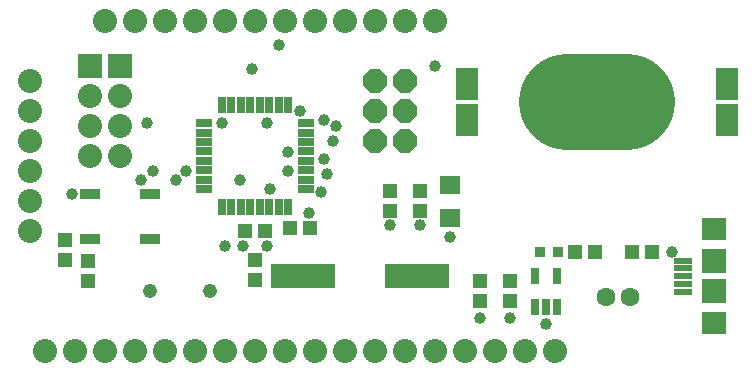
<source format=gts>
G75*
%MOIN*%
%OFA0B0*%
%FSLAX24Y24*%
%IPPOS*%
%LPD*%
%AMOC8*
5,1,8,0,0,1.08239X$1,22.5*
%
%ADD10R,0.0280X0.0560*%
%ADD11R,0.0560X0.0280*%
%ADD12R,0.0760X0.1060*%
%ADD13C,0.3210*%
%ADD14R,0.0690X0.0611*%
%ADD15R,0.0454X0.0493*%
%ADD16R,0.0493X0.0454*%
%ADD17R,0.0660X0.0360*%
%ADD18C,0.0800*%
%ADD19R,0.2160X0.0820*%
%ADD20OC8,0.0800*%
%ADD21R,0.0800X0.0800*%
%ADD22R,0.0277X0.0532*%
%ADD23R,0.0375X0.0375*%
%ADD24R,0.0611X0.0198*%
%ADD25R,0.0808X0.0769*%
%ADD26R,0.0808X0.0808*%
%ADD27C,0.0630*%
%ADD28C,0.0397*%
%ADD29C,0.0476*%
D10*
X007498Y005710D03*
X007813Y005710D03*
X008128Y005710D03*
X008443Y005710D03*
X008757Y005710D03*
X009072Y005710D03*
X009387Y005710D03*
X009702Y005710D03*
X009702Y009090D03*
X009387Y009090D03*
X009072Y009090D03*
X008757Y009090D03*
X008443Y009090D03*
X008128Y009090D03*
X007813Y009090D03*
X007498Y009090D03*
D11*
X006910Y008502D03*
X006910Y008187D03*
X006910Y007872D03*
X006910Y007557D03*
X006910Y007243D03*
X006910Y006928D03*
X006910Y006613D03*
X006910Y006298D03*
X010290Y006298D03*
X010290Y006613D03*
X010290Y006928D03*
X010290Y007243D03*
X010290Y007557D03*
X010290Y007872D03*
X010290Y008187D03*
X010290Y008502D03*
D12*
X015669Y008590D03*
X015669Y009810D03*
X024331Y009810D03*
X024331Y008590D03*
D13*
X020984Y009200D02*
X019016Y009200D01*
D14*
X015100Y006451D03*
X015100Y005349D03*
D15*
X014100Y005565D03*
X013100Y005565D03*
X013100Y006235D03*
X014100Y006235D03*
X008600Y003935D03*
X008600Y003265D03*
X003020Y003245D03*
X003020Y003915D03*
X002260Y003925D03*
X002260Y004595D03*
X016100Y003235D03*
X017100Y003235D03*
X017100Y002565D03*
X016100Y002565D03*
D16*
X019265Y004200D03*
X019935Y004200D03*
X021165Y004200D03*
X021835Y004200D03*
X010435Y005000D03*
X009765Y005000D03*
X008935Y004900D03*
X008265Y004900D03*
D17*
X005100Y004650D03*
X003100Y004650D03*
X003100Y006150D03*
X005100Y006150D03*
D18*
X001600Y000900D03*
X002600Y000900D03*
X003600Y000900D03*
X004600Y000900D03*
X005600Y000900D03*
X006600Y000900D03*
X007600Y000900D03*
X008600Y000900D03*
X009600Y000900D03*
X010600Y000900D03*
X011600Y000900D03*
X012600Y000900D03*
X013600Y000900D03*
X014600Y000900D03*
X015600Y000900D03*
X016600Y000900D03*
X017600Y000900D03*
X018600Y000900D03*
X004100Y007400D03*
X003100Y007400D03*
X003100Y008400D03*
X004100Y008400D03*
X004100Y009400D03*
X003100Y009400D03*
X001100Y008900D03*
X001100Y009900D03*
X001100Y007900D03*
X001100Y006900D03*
X001100Y005900D03*
X001100Y004900D03*
X003600Y011900D03*
X004600Y011900D03*
X005600Y011900D03*
X006600Y011900D03*
X007600Y011900D03*
X008600Y011900D03*
X009600Y011900D03*
X010600Y011900D03*
X011600Y011900D03*
X012600Y011900D03*
X013600Y011900D03*
X014600Y011900D03*
D19*
X014000Y003400D03*
X010200Y003400D03*
D20*
X012600Y007900D03*
X013600Y007900D03*
X013600Y008900D03*
X012600Y008900D03*
X012600Y009900D03*
X013600Y009900D03*
D21*
X004100Y010400D03*
X003100Y010400D03*
D22*
X017926Y003412D03*
X018674Y003412D03*
X018674Y002388D03*
X018300Y002388D03*
X017926Y002388D03*
D23*
X018105Y004200D03*
X018695Y004200D03*
D24*
X022857Y003912D03*
X022857Y003656D03*
X022857Y003400D03*
X022857Y003144D03*
X022857Y002888D03*
D25*
X023900Y001825D03*
X023900Y004975D03*
D26*
X023900Y003900D03*
X023900Y002900D03*
D27*
X021094Y002700D03*
X020306Y002700D03*
D28*
X018300Y001800D03*
X017100Y002000D03*
X016100Y002000D03*
X015100Y004700D03*
X014100Y005100D03*
X013100Y005100D03*
X010800Y006200D03*
X011000Y006800D03*
X010900Y007300D03*
X011200Y007900D03*
X011300Y008400D03*
X010900Y008600D03*
X010100Y008900D03*
X009000Y008500D03*
X007500Y008500D03*
X009700Y007550D03*
X009700Y006900D03*
X009100Y006300D03*
X008100Y006600D03*
X006300Y006900D03*
X005950Y006600D03*
X005200Y006900D03*
X004800Y006600D03*
X002500Y006150D03*
X005000Y008500D03*
X008500Y010300D03*
X009400Y011100D03*
X014600Y010400D03*
X010400Y005500D03*
X009000Y004400D03*
X008200Y004400D03*
X007600Y004400D03*
X022500Y004200D03*
X023900Y003900D03*
X023900Y002900D03*
X023900Y001800D03*
X023900Y005000D03*
D29*
X021100Y007900D03*
X020600Y008400D03*
X020100Y007900D03*
X019600Y008400D03*
X019100Y007900D03*
X018600Y008400D03*
X018100Y008900D03*
X018600Y009400D03*
X019100Y008900D03*
X019600Y009400D03*
X020100Y008900D03*
X020600Y009400D03*
X021100Y008900D03*
X021600Y009400D03*
X022100Y008900D03*
X021600Y008400D03*
X021100Y009900D03*
X020600Y010400D03*
X020100Y009900D03*
X019600Y010400D03*
X019100Y009900D03*
X018600Y010400D03*
X018100Y009900D03*
X021600Y010400D03*
X022100Y009900D03*
X007100Y002900D03*
X005100Y002900D03*
M02*

</source>
